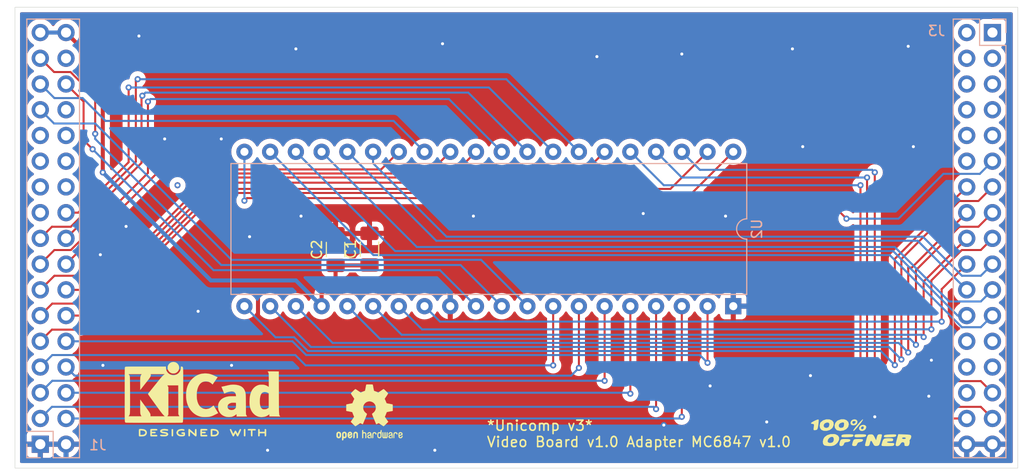
<source format=kicad_pcb>
(kicad_pcb (version 20240108) (generator "pcbnew") (generator_version "8.0")
  (layers (0 "F.Cu" signal) (31 "B.Cu" signal) (34 "B.Paste" user) (35 "F.Paste" user) (36 "B.SilkS" user "B.Silkscreen") (37 "F.SilkS" user "F.Silkscreen") (38 "B.Mask" user) (39 "F.Mask" user) (44 "Edge.Cuts" user))
  (net 0 "")
  (net 1 "GND")
  (net 2 "+5V")
  (net 3 "/VA1")
  (net 4 "/D4")
  (net 5 "/~{RST}")
  (net 6 "/D7")
  (net 7 "/VA11")
  (net 8 "/VA18")
  (net 9 "/D1")
  (net 10 "/CRSR")
  (net 11 "/VA7")
  (net 12 "/D5")
  (net 13 "/VA8")
  (net 14 "/D0")
  (net 15 "/VA13")
  (net 16 "/VCLK")
  (net 17 "/VA15")
  (net 18 "/VA0")
  (net 19 "/D6")
  (net 20 "/VA14")
  (net 21 "/VA4")
  (net 22 "/VA3")
  (net 23 "/VA6")
  (net 26 "/R{slash}~{W}")
  (net 27 "/D3")
  (net 28 "/DE")
  (net 29 "/D2")
  (net 30 "/VA10")
  (net 31 "/VA5")
  (net 32 "/VA9")
  (net 33 "/HS")
  (net 34 "/VA12")
  (net 35 "/In0")
  (net 36 "/VA2")
  (net 37 "/VS")
  (net 38 "/~{CS}")
  (net 39 "/VA16")
  (net 40 "/VA17")
  (net 41 "/B")
  (net 42 "/Y")
  (net 43 "/CH0")
  (net 44 "/A")
  (net 45 "/Out2")
  (net 46 "/Out3")
  (net 47 "/Out6")
  (net 48 "/Out0")
  (net 49 "/Out5")
  (net 50 "/Out7")
  (net 51 "/Out4")
  (net 52 "/Out1")
  (net 53 "/~{RP}")
  (net 55 "/In2")
  (net 56 "/PHI2")
  (net 57 "/~{RD}")
  (net 58 "/~{WR}")
  (net 59 "/In1")
  (net 61 "/A0#")
  (net 64 "/A1#")
  (footprint "Symbol:OSHW-Logo2_7.3x6mm_SilkScreen" (layer "F.Cu") (at 85.5 106.5)
    (property "Reference" "H2" (hide yes))
    (property "Value" "Logo Open Source Hardware" (hide yes))
  )
  (footprint "Capacitor_SMD:C_1206_3216Metric_Pad1.33x1.80mm_HandSolder" (layer "F.Cu") (at 82.15 90.424 90)
    (property "Reference" "C2" (at 0 -1.85 90) (layer "F.SilkS"))
    (property "Value" "100n")
    (pad "1" smd roundrect (at -1.5625 0 90) (size 1.325 1.8) (layers "F.Cu" "F.Paste" "F.Mask") (roundrect_rratio 0.188679) (net 2 "+5V"))
    (pad "2" smd roundrect (at 1.5625 0 90) (size 1.325 1.8) (layers "F.Cu" "F.Paste" "F.Mask") (roundrect_rratio 0.188679) (net 1 "GND"))
  )
  (footprint "Capacitor_SMD:C_1206_3216Metric_Pad1.33x1.80mm_HandSolder" (layer "F.Cu") (at 85.5 90.3855 90)
    (property "Reference" "C1" (at 0 -1.85 90) (layer "F.SilkS"))
    (property "Value" "100n")
    (pad "1" smd roundrect (at -1.5625 0 90) (size 1.325 1.8) (layers "F.Cu" "F.Paste" "F.Mask") (roundrect_rratio 0.188679) (net 2 "+5V"))
    (pad "2" smd roundrect (at 1.5625 0 90) (size 1.325 1.8) (layers "F.Cu" "F.Paste" "F.Mask") (roundrect_rratio 0.188679) (net 1 "GND"))
  )
  (footprint "Symbol:KiCad-Logo2_6mm_SilkScreen" (layer "F.Cu") (at 69 104.5)
    (property "Reference" "H1" (hide yes))
    (property "Value" "Logo kicad" (hide yes))
  )
  (footprint "my_own:Logo_100ProzentOffner_10x2.7mm" (layer "F.Cu") (at 134 108.5)
    (property "Reference" "G***" (hide yes))
    (property "Value" "LOGO" (hide yes))
  )
  (footprint "Connector_PinHeader_2.54mm:PinHeader_2x17_P2.54mm_Vertical" (layer "B.Cu") (at 147 69 180)
    (property "Reference" "J3" (at 5.522 0.166 0) (layer "B.SilkS") (effects (justify mirror)))
    (property "Value" "Outputs")
    (pad "1" thru_hole rect (at 0 0 180) (size 1.7 1.7) (drill 1) (layers "*.Cu" "*.Mask"))
    (pad "2" thru_hole oval (at 2.54 0 180) (size 1.7 1.7) (drill 1) (layers "*.Cu" "*.Mask"))
    (pad "3" thru_hole oval (at 0 -2.54 180) (size 1.7 1.7) (drill 1) (layers "*.Cu" "*.Mask"))
    (pad "4" thru_hole oval (at 2.54 -2.54 180) (size 1.7 1.7) (drill 1) (layers "*.Cu" "*.Mask"))
    (pad "5" thru_hole oval (at 0 -5.08 180) (size 1.7 1.7) (drill 1) (layers "*.Cu" "*.Mask") (net 8 "/VA18"))
    (pad "6" thru_hole oval (at 2.54 -5.08 180) (size 1.7 1.7) (drill 1) (layers "*.Cu" "*.Mask"))
    (pad "7" thru_hole oval (at 0 -7.62 180) (size 1.7 1.7) (drill 1) (layers "*.Cu" "*.Mask") (net 39 "/VA16"))
    (pad "8" thru_hole oval (at 2.54 -7.62 180) (size 1.7 1.7) (drill 1) (layers "*.Cu" "*.Mask") (net 40 "/VA17"))
    (pad "9" thru_hole oval (at 0 -10.16 180) (size 1.7 1.7) (drill 1) (layers "*.Cu" "*.Mask") (net 20 "/VA14"))
    (pad "10" thru_hole oval (at 2.54 -10.16 180) (size 1.7 1.7) (drill 1) (layers "*.Cu" "*.Mask") (net 17 "/VA15"))
    (pad "11" thru_hole oval (at 0 -12.7 180) (size 1.7 1.7) (drill 1) (layers "*.Cu" "*.Mask") (net 34 "/VA12"))
    (pad "12" thru_hole oval (at 2.54 -12.7 180) (size 1.7 1.7) (drill 1) (layers "*.Cu" "*.Mask") (net 15 "/VA13"))
    (pad "13" thru_hole oval (at 0 -15.24 180) (size 1.7 1.7) (drill 1) (layers "*.Cu" "*.Mask") (net 30 "/VA10"))
    (pad "14" thru_hole oval (at 2.54 -15.24 180) (size 1.7 1.7) (drill 1) (layers "*.Cu" "*.Mask") (net 7 "/VA11"))
    (pad "15" thru_hole oval (at 0 -17.78 180) (size 1.7 1.7) (drill 1) (layers "*.Cu" "*.Mask") (net 13 "/VA8"))
    (pad "16" thru_hole oval (at 2.54 -17.78 180) (size 1.7 1.7) (drill 1) (layers "*.Cu" "*.Mask") (net 32 "/VA9"))
    (pad "17" thru_hole oval (at 0 -20.32 180) (size 1.7 1.7) (drill 1) (layers "*.Cu" "*.Mask") (net 23 "/VA6"))
    (pad "18" thru_hole oval (at 2.54 -20.32 180) (size 1.7 1.7) (drill 1) (layers "*.Cu" "*.Mask") (net 11 "/VA7"))
    (pad "19" thru_hole oval (at 0 -22.86 180) (size 1.7 1.7) (drill 1) (layers "*.Cu" "*.Mask") (net 21 "/VA4"))
    (pad "20" thru_hole oval (at 2.54 -22.86 180) (size 1.7 1.7) (drill 1) (layers "*.Cu" "*.Mask") (net 31 "/VA5"))
    (pad "21" thru_hole oval (at 0 -25.4 180) (size 1.7 1.7) (drill 1) (layers "*.Cu" "*.Mask") (net 36 "/VA2"))
    (pad "22" thru_hole oval (at 2.54 -25.4 180) (size 1.7 1.7) (drill 1) (layers "*.Cu" "*.Mask") (net 22 "/VA3"))
    (pad "23" thru_hole oval (at 0 -27.94 180) (size 1.7 1.7) (drill 1) (layers "*.Cu" "*.Mask") (net 18 "/VA0"))
    (pad "24" thru_hole oval (at 2.54 -27.94 180) (size 1.7 1.7) (drill 1) (layers "*.Cu" "*.Mask") (net 3 "/VA1"))
    (pad "25" thru_hole oval (at 0 -30.48 180) (size 1.7 1.7) (drill 1) (layers "*.Cu" "*.Mask") (net 35 "/In0"))
    (pad "26" thru_hole oval (at 2.54 -30.48 180) (size 1.7 1.7) (drill 1) (layers "*.Cu" "*.Mask") (net 59 "/In1"))
    (pad "27" thru_hole oval (at 0 -33.02 180) (size 1.7 1.7) (drill 1) (layers "*.Cu" "*.Mask") (net 55 "/In2"))
    (pad "28" thru_hole oval (at 2.54 -33.02 180) (size 1.7 1.7) (drill 1) (layers "*.Cu" "*.Mask") (net 28 "/DE"))
    (pad "29" thru_hole oval (at 0 -35.56 180) (size 1.7 1.7) (drill 1) (layers "*.Cu" "*.Mask") (net 33 "/HS"))
    (pad "30" thru_hole oval (at 2.54 -35.56 180) (size 1.7 1.7) (drill 1) (layers "*.Cu" "*.Mask") (net 10 "/CRSR"))
    (pad "31" thru_hole oval (at 0 -38.1 180) (size 1.7 1.7) (drill 1) (layers "*.Cu" "*.Mask") (net 37 "/VS"))
    (pad "32" thru_hole oval (at 2.54 -38.1 180) (size 1.7 1.7) (drill 1) (layers "*.Cu" "*.Mask") (net 53 "/~{RP}"))
    (pad "33" thru_hole oval (at 0 -40.64 180) (size 1.7 1.7) (drill 1) (layers "*.Cu" "*.Mask") (net 1 "GND"))
    (pad "34" thru_hole oval (at 2.54 -40.64 180) (size 1.7 1.7) (drill 1) (layers "*.Cu" "*.Mask") (net 1 "GND"))
  )
  (footprint "Connector_PinHeader_2.54mm:PinHeader_2x17_P2.54mm_Vertical" (layer "B.Cu") (at 53 109.64)
    (property "Reference" "J1" (at 5.674 0.088 0) (layer "B.SilkS") (effects (justify mirror)))
    (property "Value" "Inputs")
    (pad "1" thru_hole rect (at 0 0) (size 1.7 1.7) (drill 1) (layers "*.Cu" "*.Mask") (net 1 "GND"))
    (pad "2" thru_hole oval (at 2.54 0) (size 1.7 1.7) (drill 1) (layers "*.Cu" "*.Mask") (net 1 "GND"))
    (pad "3" thru_hole oval (at 0 -2.54) (size 1.7 1.7) (drill 1) (layers "*.Cu" "*.Mask") (net 9 "/D1"))
    (pad "4" thru_hole oval (at 2.54 -2.54) (size 1.7 1.7) (drill 1) (layers "*.Cu" "*.Mask") (net 14 "/D0"))
    (pad "5" thru_hole oval (at 0 -5.08) (size 1.7 1.7) (drill 1) (layers "*.Cu" "*.Mask") (net 27 "/D3"))
    (pad "6" thru_hole oval (at 2.54 -5.08) (size 1.7 1.7) (drill 1) (layers "*.Cu" "*.Mask") (net 29 "/D2"))
    (pad "7" thru_hole oval (at 0 -7.62) (size 1.7 1.7) (drill 1) (layers "*.Cu" "*.Mask") (net 12 "/D5"))
    (pad "8" thru_hole oval (at 2.54 -7.62) (size 1.7 1.7) (drill 1) (layers "*.Cu" "*.Mask") (net 4 "/D4"))
    (pad "9" thru_hole oval (at 0 -10.16) (size 1.7 1.7) (drill 1) (layers "*.Cu" "*.Mask") (net 6 "/D7"))
    (pad "10" thru_hole oval (at 2.54 -10.16) (size 1.7 1.7) (drill 1) (layers "*.Cu" "*.Mask") (net 19 "/D6"))
    (pad "11" thru_hole oval (at 0 -12.7) (size 1.7 1.7) (drill 1) (layers "*.Cu" "*.Mask") (net 52 "/Out1"))
    (pad "12" thru_hole oval (at 2.54 -12.7) (size 1.7 1.7) (drill 1) (layers "*.Cu" "*.Mask") (net 48 "/Out0"))
    (pad "13" thru_hole oval (at 0 -15.24) (size 1.7 1.7) (drill 1) (layers "*.Cu" "*.Mask") (net 46 "/Out3"))
    (pad "14" thru_hole oval (at 2.54 -15.24) (size 1.7 1.7) (drill 1) (layers "*.Cu" "*.Mask") (net 45 "/Out2"))
    (pad "15" thru_hole oval (at 0 -17.78) (size 1.7 1.7) (drill 1) (layers "*.Cu" "*.Mask") (net 49 "/Out5"))
    (pad "16" thru_hole oval (at 2.54 -17.78) (size 1.7 1.7) (drill 1) (layers "*.Cu" "*.Mask") (net 51 "/Out4"))
    (pad "17" thru_hole oval (at 0 -20.32) (size 1.7 1.7) (drill 1) (layers "*.Cu" "*.Mask") (net 50 "/Out7"))
    (pad "18" thru_hole oval (at 2.54 -20.32) (size 1.7 1.7) (drill 1) (layers "*.Cu" "*.Mask") (net 47 "/Out6"))
    (pad "19" thru_hole oval (at 0 -22.86) (size 1.7 1.7) (drill 1) (layers "*.Cu" "*.Mask") (net 38 "/~{CS}"))
    (pad "20" thru_hole oval (at 2.54 -22.86) (size 1.7 1.7) (drill 1) (layers "*.Cu" "*.Mask") (net 16 "/VCLK"))
    (pad "21" thru_hole oval (at 0 -25.4) (size 1.7 1.7) (drill 1) (layers "*.Cu" "*.Mask") (net 64 "/A1#"))
    (pad "22" thru_hole oval (at 2.54 -25.4) (size 1.7 1.7) (drill 1) (layers "*.Cu" "*.Mask") (net 26 "/R{slash}~{W}"))
    (pad "23" thru_hole oval (at 0 -27.94) (size 1.7 1.7) (drill 1) (layers "*.Cu" "*.Mask") (net 57 "/~{RD}"))
    (pad "24" thru_hole oval (at 2.54 -27.94) (size 1.7 1.7) (drill 1) (layers "*.Cu" "*.Mask") (net 61 "/A0#"))
    (pad "25" thru_hole oval (at 0 -30.48) (size 1.7 1.7) (drill 1) (layers "*.Cu" "*.Mask") (net 5 "/~{RST}"))
    (pad "26" thru_hole oval (at 2.54 -30.48) (size 1.7 1.7) (drill 1) (layers "*.Cu" "*.Mask") (net 58 "/~{WR}"))
    (pad "27" thru_hole oval (at 0 -33.02) (size 1.7 1.7) (drill 1) (layers "*.Cu" "*.Mask") (net 43 "/CH0"))
    (pad "28" thru_hole oval (at 2.54 -33.02) (size 1.7 1.7) (drill 1) (layers "*.Cu" "*.Mask") (net 56 "/PHI2"))
    (pad "29" thru_hole oval (at 0 -35.56) (size 1.7 1.7) (drill 1) (layers "*.Cu" "*.Mask") (net 42 "/Y"))
    (pad "30" thru_hole oval (at 2.54 -35.56) (size 1.7 1.7) (drill 1) (layers "*.Cu" "*.Mask") (net 44 "/A"))
    (pad "31" thru_hole oval (at 0 -38.1) (size 1.7 1.7) (drill 1) (layers "*.Cu" "*.Mask") (net 41 "/B"))
    (pad "32" thru_hole oval (at 2.54 -38.1) (size 1.7 1.7) (drill 1) (layers "*.Cu" "*.Mask"))
    (pad "33" thru_hole oval (at 0 -40.64) (size 1.7 1.7) (drill 1) (layers "*.Cu" "*.Mask") (net 2 "+5V"))
    (pad "34" thru_hole oval (at 2.54 -40.64) (size 1.7 1.7) (drill 1) (layers "*.Cu" "*.Mask") (net 2 "+5V"))
  )
  (footprint "Package_DIP:DIP-40_W15.24mm" (layer "B.Cu") (at 121.412 96.012 90)
    (property "Reference" "U2" (at 7.62 2.33 90) (layer "B.SilkS") (effects (justify mirror)))
    (property "Value" "MC6847")
    (pad "1" thru_hole rect (at 0 0 90) (size 1.6 1.6) (drill 0.8) (layers "*.Cu" "*.Mask") (net 1 "GND"))
    (pad "2" thru_hole oval (at 0 -2.54 90) (size 1.6 1.6) (drill 0.8) (layers "*.Cu" "*.Mask") (net 19 "/D6"))
    (pad "3" thru_hole oval (at 0 -5.08 90) (size 1.6 1.6) (drill 0.8) (layers "*.Cu" "*.Mask") (net 14 "/D0"))
    (pad "4" thru_hole oval (at 0 -7.62 90) (size 1.6 1.6) (drill 0.8) (layers "*.Cu" "*.Mask") (net 9 "/D1"))
    (pad "5" thru_hole oval (at 0 -10.16 90) (size 1.6 1.6) (drill 0.8) (layers "*.Cu" "*.Mask") (net 29 "/D2"))
    (pad "6" thru_hole oval (at 0 -12.7 90) (size 1.6 1.6) (drill 0.8) (layers "*.Cu" "*.Mask") (net 27 "/D3"))
    (pad "7" thru_hole oval (at 0 -15.24 90) (size 1.6 1.6) (drill 0.8) (layers "*.Cu" "*.Mask") (net 4 "/D4"))
    (pad "8" thru_hole oval (at 0 -17.78 90) (size 1.6 1.6) (drill 0.8) (layers "*.Cu" "*.Mask") (net 12 "/D5"))
    (pad "9" thru_hole oval (at 0 -20.32 90) (size 1.6 1.6) (drill 0.8) (layers "*.Cu" "*.Mask") (net 43 "/CH0"))
    (pad "10" thru_hole oval (at 0 -22.86 90) (size 1.6 1.6) (drill 0.8) (layers "*.Cu" "*.Mask") (net 41 "/B"))
    (pad "11" thru_hole oval (at 0 -25.4 90) (size 1.6 1.6) (drill 0.8) (layers "*.Cu" "*.Mask") (net 44 "/A"))
    (pad "12" thru_hole oval (at 0 -27.94 90) (size 1.6 1.6) (drill 0.8) (layers "*.Cu" "*.Mask") (net 1 "GND"))
    (pad "13" thru_hole oval (at 0 -30.48 90) (size 1.6 1.6) (drill 0.8) (layers "*.Cu" "*.Mask") (net 31 "/VA5"))
    (pad "14" thru_hole oval (at 0 -33.02 90) (size 1.6 1.6) (drill 0.8) (layers "*.Cu" "*.Mask") (net 23 "/VA6"))
    (pad "15" thru_hole oval (at 0 -35.56 90) (size 1.6 1.6) (drill 0.8) (layers "*.Cu" "*.Mask") (net 11 "/VA7"))
    (pad "16" thru_hole oval (at 0 -38.1 90) (size 1.6 1.6) (drill 0.8) (layers "*.Cu" "*.Mask") (net 13 "/VA8"))
    (pad "17" thru_hole oval (at 0 -40.64 90) (size 1.6 1.6) (drill 0.8) (layers "*.Cu" "*.Mask") (net 2 "+5V"))
    (pad "18" thru_hole oval (at 0 -43.18 90) (size 1.6 1.6) (drill 0.8) (layers "*.Cu" "*.Mask") (net 32 "/VA9"))
    (pad "19" thru_hole oval (at 0 -45.72 90) (size 1.6 1.6) (drill 0.8) (layers "*.Cu" "*.Mask") (net 30 "/VA10"))
    (pad "20" thru_hole oval (at 0 -48.26 90) (size 1.6 1.6) (drill 0.8) (layers "*.Cu" "*.Mask") (net 7 "/VA11"))
    (pad "21" thru_hole oval (at 15.24 -48.26 90) (size 1.6 1.6) (drill 0.8) (layers "*.Cu" "*.Mask") (net 34 "/VA12"))
    (pad "22" thru_hole oval (at 15.24 -45.72 90) (size 1.6 1.6) (drill 0.8) (layers "*.Cu" "*.Mask") (net 18 "/VA0"))
    (pad "23" thru_hole oval (at 15.24 -43.18 90) (size 1.6 1.6) (drill 0.8) (layers "*.Cu" "*.Mask") (net 3 "/VA1"))
    (pad "24" thru_hole oval (at 15.24 -40.64 90) (size 1.6 1.6) (drill 0.8) (layers "*.Cu" "*.Mask") (net 36 "/VA2"))
    (pad "25" thru_hole oval (at 15.24 -38.1 90) (size 1.6 1.6) (drill 0.8) (layers "*.Cu" "*.Mask") (net 22 "/VA3"))
    (pad "26" thru_hole oval (at 15.24 -35.56 90) (size 1.6 1.6) (drill 0.8) (layers "*.Cu" "*.Mask") (net 21 "/VA4"))
    (pad "27" thru_hole oval (at 15.24 -33.02 90) (size 1.6 1.6) (drill 0.8) (layers "*.Cu" "*.Mask") (net 51 "/Out4"))
    (pad "28" thru_hole oval (at 15.24 -30.48 90) (size 1.6 1.6) (drill 0.8) (layers "*.Cu" "*.Mask") (net 42 "/Y"))
    (pad "29" thru_hole oval (at 15.24 -27.94 90) (size 1.6 1.6) (drill 0.8) (layers "*.Cu" "*.Mask") (net 46 "/Out3"))
    (pad "30" thru_hole oval (at 15.24 -25.4 90) (size 1.6 1.6) (drill 0.8) (layers "*.Cu" "*.Mask") (net 45 "/Out2"))
    (pad "31" thru_hole oval (at 15.24 -22.86 90) (size 1.6 1.6) (drill 0.8) (layers "*.Cu" "*.Mask") (net 49 "/Out5"))
    (pad "32" thru_hole oval (at 15.24 -20.32 90) (size 1.6 1.6) (drill 0.8) (layers "*.Cu" "*.Mask") (net 47 "/Out6"))
    (pad "33" thru_hole oval (at 15.24 -17.78 90) (size 1.6 1.6) (drill 0.8) (layers "*.Cu" "*.Mask") (net 16 "/VCLK"))
    (pad "34" thru_hole oval (at 15.24 -15.24 90) (size 1.6 1.6) (drill 0.8) (layers "*.Cu" "*.Mask") (net 50 "/Out7"))
    (pad "35" thru_hole oval (at 15.24 -12.7 90) (size 1.6 1.6) (drill 0.8) (layers "*.Cu" "*.Mask") (net 52 "/Out1"))
    (pad "36" thru_hole oval (at 15.24 -10.16 90) (size 1.6 1.6) (drill 0.8) (layers "*.Cu" "*.Mask") (net 53 "/~{RP}"))
    (pad "37" thru_hole oval (at 15.24 -7.62 90) (size 1.6 1.6) (drill 0.8) (layers "*.Cu" "*.Mask") (net 37 "/VS"))
    (pad "38" thru_hole oval (at 15.24 -5.08 90) (size 1.6 1.6) (drill 0.8) (layers "*.Cu" "*.Mask") (net 33 "/HS"))
    (pad "39" thru_hole oval (at 15.24 -2.54 90) (size 1.6 1.6) (drill 0.8) (layers "*.Cu" "*.Mask") (net 48 "/Out0"))
    (pad "40" thru_hole oval (at 15.24 0 90) (size 1.6 1.6) (drill 0.8) (layers "*.Cu" "*.Mask") (net 6 "/D7"))
  )
  (gr_rect (start 50.5 66.5) (end 149.5 112) (stroke (width 0.05)) (fill none) (layer "Edge.Cuts"))
  (gr_text "*Unicomp v3*\nVideo Board v1.0 Adapter MC6847 v1.0" (at 97 110 0) (layer "F.SilkS") (effects (font (size 1 1)) (justify left bottom)))
  (via (at 66.548 84.074) (size 0.6) (drill 0.3) (layers "F.Cu" "B.Cu") (net 0))
  (segment (start 93.472 92.964) (end 93.472 96.012) (width 0.4) (layer "F.Cu") (net 1))
  (segment (start 82.15 88.8615) (end 79.2865 88.8615) (width 0.4) (layer "F.Cu") (net 1))
  (segment (start 89.331 88.823) (end 93.472 92.964) (width 0.4) (layer "F.Cu") (net 1))
  (segment (start 74.492 93.656) (end 74.492 97.008) (width 0.4) (layer "F.Cu") (net 1))
  (segment (start 79.2865 88.8615) (end 74.492 93.656) (width 0.4) (layer "F.Cu") (net 1))
  (segment (start 85.4615 88.8615) (end 85.5 88.823) (width 0.4) (layer "F.Cu") (net 1))
  (segment (start 121.412 91.694) (end 121.412 96.012) (width 0.4) (layer "F.Cu") (net 1))
  (segment (start 131.738 109.64) (end 121.412 99.314) (width 0.4) (layer "F.Cu") (net 1))
  (segment (start 144.46 109.64) (end 131.738 109.64) (width 0.4) (layer "F.Cu") (net 1))
  (segment (start 74.492 97.008) (end 61.86 109.64) (width 0.4) (layer "F.Cu") (net 1))
  (segment (start 61.86 109.64) (end 55.54 109.64) (width 0.4) (layer "F.Cu") (net 1))
  (segment (start 85.5 88.823) (end 89.331 88.823) (width 0.4) (layer "F.Cu") (net 1))
  (segment (start 118.541 88.823) (end 121.412 91.694) (width 0.4) (layer "F.Cu") (net 1))
  (segment (start 147 109.64) (end 144.46 109.64) (width 0.4) (layer "F.Cu") (net 1))
  (segment (start 121.412 99.314) (end 121.412 96.012) (width 0.4) (layer "F.Cu") (net 1))
  (segment (start 82.15 88.8615) (end 85.4615 88.8615) (width 0.4) (layer "F.Cu") (net 1))
  (segment (start 85.5 88.823) (end 118.541 88.823) (width 0.4) (layer "F.Cu") (net 1))
  (via (at 78.74 87.122) (size 0.6) (drill 0.3) (layers "F.Cu" "B.Cu") (net 1))
  (via (at 70.866 79.502) (size 0.6) (drill 0.3) (layers "F.Cu" "B.Cu") (net 1))
  (via (at 114.554 107.75) (size 0.6) (drill 0.3) (layers "F.Cu" "B.Cu") (net 1))
  (via (at 62.738 69.342) (size 0.6) (drill 0.3) (layers "F.Cu" "B.Cu") (net 1))
  (via (at 119.126 103.886) (size 0.6) (drill 0.3) (layers "F.Cu" "B.Cu") (net 1))
  (via (at 65.278 79.502) (size 0.6) (drill 0.3) (layers "F.Cu" "B.Cu") (net 1))
  (via (at 68.58 96.52) (size 0.6) (drill 0.3) (layers "F.Cu" "B.Cu") (net 1))
  (via (at 107.95 71.374) (size 0.6) (drill 0.3) (layers "F.Cu" "B.Cu") (net 1))
  (via (at 71.882 101.854) (size 0.6) (drill 0.3) (layers "F.Cu" "B.Cu") (net 1))
  (via (at 75.438 110.236) (size 0.6) (drill 0.3) (layers "F.Cu" "B.Cu") (net 1))
  (via (at 127.254 70.612) (size 0.6) (drill 0.3) (layers "F.Cu" "B.Cu") (net 1))
  (via (at 139.192 80.264) (size 0.6) (drill 0.3) (layers "F.Cu" "B.Cu") (net 1))
  (via (at 59.182 101.854) (size 0.6) (drill 0.3) (layers "F.Cu" "B.Cu") (net 1))
  (via (at 112.522 86.868) (size 0.6) (drill 0.3) (layers "F.Cu" "B.Cu") (net 1))
  (via (at 92.71 70.104) (size 0.6) (drill 0.3) (layers "F.Cu" "B.Cu") (net 1))
  (via (at 95.758 87.122) (size 0.6) (drill 0.3) (layers "F.Cu" "B.Cu") (net 1))
  (via (at 120.65 87.122) (size 0.6) (drill 0.3) (layers "F.Cu" "B.Cu") (net 1))
  (via (at 140.716 104.902) (size 0.6) (drill 0.3) (layers "F.Cu" "B.Cu") (net 1))
  (via (at 124.714 107.442) (size 0.6) (drill 0.3) (layers "F.Cu" "B.Cu") (net 1))
  (via (at 58.928 90.932) (size 0.6) (drill 0.3) (layers "F.Cu" "B.Cu") (net 1))
  (via (at 91.948 110.236) (size 0.6) (drill 0.3) (layers "F.Cu" "B.Cu") (net 1))
  (via (at 116.332 71.12) (size 0.6) (drill 0.3) (layers "F.Cu" "B.Cu") (net 1))
  (via (at 78.232 70.612) (size 0.6) (drill 0.3) (layers "F.Cu" "B.Cu") (net 1))
  (via (at 128.27 80.264) (size 0.6) (drill 0.3) (layers "F.Cu" "B.Cu") (net 1))
  (via (at 140.97 101.346) (size 0.6) (drill 0.3) (layers "F.Cu" "B.Cu") (net 1))
  (via (at 129.032 102.87) (size 0.6) (drill 0.3) (layers "F.Cu" "B.Cu") (net 1))
  (via (at 73.66 89.154) (size 0.6) (drill 0.3) (layers "F.Cu" "B.Cu") (net 1))
  (via (at 138.684 70.358) (size 0.6) (drill 0.3) (layers "F.Cu" "B.Cu") (net 1))
  (via (at 61.468 88.138) (size 0.6) (drill 0.3) (layers "F.Cu" "B.Cu") (net 1))
  (via (at 135.382 106.934) (size 0.6) (drill 0.3) (layers "F.Cu" "B.Cu") (net 1))
  (segment (start 82.15 93.364) (end 80.772 94.742) (width 0.4) (layer "F.Cu") (net 2))
  (segment (start 82.15 91.9865) (end 82.15 93.364) (width 0.4) (layer "F.Cu") (net 2))
  (segment (start 55.54 69) (end 59.17 72.63) (width 0.4) (layer "F.Cu") (net 2))
  (segment (start 80.772 94.742) (end 80.772 96.012) (width 0.4) (layer "F.Cu") (net 2))
  (segment (start 59.17 72.63) (end 59.17 82.804) (width 0.4) (layer "F.Cu") (net 2))
  (segment (start 85.4615 91.9865) (end 85.5 91.948) (width 0.4) (layer "F.Cu") (net 2))
  (segment (start 82.15 91.9865) (end 85.4615 91.9865) (width 0.4) (layer "F.Cu") (net 2))
  (via (at 59.17 82.804) (size 0.6) (drill 0.3) (layers "F.Cu" "B.Cu") (net 2))
  (segment (start 55.54 69) (end 53 69) (width 0.4) (layer "B.Cu") (net 2))
  (segment (start 69.838 93.472) (end 59.17 82.804) (width 0.4) (layer "B.Cu") (net 2))
  (segment (start 78.232 93.472) (end 69.838 93.472) (width 0.4) (layer "B.Cu") (net 2))
  (segment (start 80.772 96.012) (end 78.232 93.472) (width 0.4) (layer "B.Cu") (net 2))
  (segment (start 137.190628 90.57) (end 143.560628 96.94) (width 0.2) (layer "B.Cu") (net 3))
  (segment (start 78.232 80.772) (end 88.03 90.57) (width 0.2) (layer "B.Cu") (net 3))
  (segment (start 88.03 90.57) (end 137.190628 90.57) (width 0.2) (layer "B.Cu") (net 3))
  (segment (start 143.560628 96.94) (end 144.46 96.94) (width 0.2) (layer "B.Cu") (net 3))
  (segment (start 106.172 102.108) (end 106.172 96.012) (width 0.2) (layer "F.Cu") (net 4))
  (via (at 106.172 102.108) (size 0.6) (drill 0.3) (layers "F.Cu" "B.Cu") (net 4))
  (segment (start 56.39 102.87) (end 105.41 102.87) (width 0.2) (layer "B.Cu") (net 4))
  (segment (start 105.41 102.87) (end 106.172 102.108) (width 0.2) (layer "B.Cu") (net 4))
  (segment (start 55.54 102.02) (end 56.39 102.87) (width 0.2) (layer "B.Cu") (net 4))
  (segment (start 54.15 98.33) (end 53 99.48) (width 0.2) (layer "F.Cu") (net 6))
  (segment (start 70.473372 84.836) (end 56.979372 98.33) (width 0.2) (layer "F.Cu") (net 6))
  (segment (start 121.412 80.772) (end 117.348 84.836) (width 0.2) (layer "F.Cu") (net 6))
  (segment (start 117.348 84.836) (end 70.473372 84.836) (width 0.2) (layer "F.Cu") (net 6))
  (segment (start 56.979372 98.33) (end 54.15 98.33) (width 0.2) (layer "F.Cu") (net 6))
  (segment (start 137.363319 91.336681) (end 137.363319 101.829369) (width 0.2) (layer "F.Cu") (net 7))
  (segment (start 144.46 84.24) (end 137.363319 91.336681) (width 0.2) (layer "F.Cu") (net 7))
  (via (at 137.363319 101.829369) (size 0.6) (drill 0.3) (layers "F.Cu" "B.Cu") (net 7))
  (segment (start 79.413686 100.438) (end 135.97195 100.438) (width 0.2) (layer "B.Cu") (net 7))
  (segment (start 73.152 96.012) (end 76.22 99.08) (width 0.2) (layer "B.Cu") (net 7))
  (segment (start 135.97195 100.438) (end 137.363319 101.829369) (width 0.2) (layer "B.Cu") (net 7))
  (segment (start 76.22 99.08) (end 78.055686 99.08) (width 0.2) (layer "B.Cu") (net 7))
  (segment (start 78.055686 99.08) (end 79.413686 100.438) (width 0.2) (layer "B.Cu") (net 7))
  (segment (start 113.792 106.172) (end 113.792 96.012) (width 0.2) (layer "F.Cu") (net 9))
  (via (at 113.792 106.172) (size 0.6) (drill 0.3) (layers "F.Cu" "B.Cu") (net 9))
  (segment (start 53 107.1) (end 54.15 105.95) (width 0.2) (layer "B.Cu") (net 9))
  (segment (start 54.15 105.95) (end 113.57 105.95) (width 0.2) (layer "B.Cu") (net 9))
  (segment (start 113.57 105.95) (end 113.792 106.172) (width 0.2) (layer "B.Cu") (net 9))
  (segment (start 140.208 93.572) (end 140.208 99.06) (width 0.2) (layer "F.Cu") (net 11))
  (segment (start 144.46 89.32) (end 140.208 93.572) (width 0.2) (layer "F.Cu") (net 11))
  (via (at 140.208 99.06) (size 0.6) (drill 0.3) (layers "F.Cu" "B.Cu") (net 11))
  (segment (start 88.678 98.838) (end 85.852 96.012) (width 0.2) (layer "B.Cu") (net 11))
  (segment (start 139.986 98.838) (end 88.678 98.838) (width 0.2) (layer "B.Cu") (net 11))
  (segment (start 140.208 99.06) (end 139.986 98.838) (width 0.2) (layer "B.Cu") (net 11))
  (segment (start 103.632 101.854) (end 103.632 96.012) (width 0.2) (layer "F.Cu") (net 12))
  (via (at 103.632 101.854) (size 0.6) (drill 0.3) (layers "F.Cu" "B.Cu") (net 12))
  (segment (start 78.174314 100.838) (end 79.190314 101.854) (width 0.2) (layer "B.Cu") (net 12))
  (segment (start 54.182 100.838) (end 78.174314 100.838) (width 0.2) (layer "B.Cu") (net 12))
  (segment (start 53 102.02) (end 54.182 100.838) (width 0.2) (layer "B.Cu") (net 12))
  (segment (start 79.190314 101.854) (end 103.632 101.854) (width 0.2) (layer "B.Cu") (net 12))
  (segment (start 145.61 88.17) (end 143.732 88.17) (width 0.2) (layer "F.Cu") (net 13))
  (segment (start 139.446 92.456) (end 139.446 99.822) (width 0.2) (layer "F.Cu") (net 13))
  (segment (start 143.732 88.17) (end 139.446 92.456) (width 0.2) (layer "F.Cu") (net 13))
  (segment (start 147 86.78) (end 145.61 88.17) (width 0.2) (layer "F.Cu") (net 13))
  (via (at 139.446 99.822) (size 0.6) (drill 0.3) (layers "F.Cu" "B.Cu") (net 13))
  (segment (start 139.446 99.822) (end 138.862 99.238) (width 0.2) (layer "B.Cu") (net 13))
  (segment (start 138.862 99.238) (end 86.538 99.238) (width 0.2) (layer "B.Cu") (net 13))
  (segment (start 86.538 99.238) (end 83.312 96.012) (width 0.2) (layer "B.Cu") (net 13))
  (segment (start 116.332 106.934) (end 116.332 96.012) (width 0.2) (layer "F.Cu") (net 14))
  (via (at 116.332 106.934) (size 0.6) (drill 0.3) (layers "F.Cu" "B.Cu") (net 14))
  (segment (start 116.166 107.1) (end 116.332 106.934) (width 0.2) (layer "B.Cu") (net 14))
  (segment (start 55.54 107.1) (end 116.166 107.1) (width 0.2) (layer "B.Cu") (net 14))
  (segment (start 55.54 86.78) (end 56.742081 86.78) (width 0.2) (layer "F.Cu") (net 16))
  (segment (start 61.722 81.800081) (end 61.722 74.422) (width 0.2) (layer "F.Cu") (net 16))
  (segment (start 56.742081 86.78) (end 61.722 81.800081) (width 0.2) (layer "F.Cu") (net 16))
  (via (at 61.722 74.422) (size 0.6) (drill 0.3) (layers "F.Cu" "B.Cu") (net 16))
  (segment (start 97.282 74.422) (end 61.722 74.422) (width 0.2) (layer "B.Cu") (net 16))
  (segment (start 103.632 80.772) (end 97.282 74.422) (width 0.2) (layer "B.Cu") (net 16))
  (segment (start 145.85 98.09) (end 147 96.94) (width 0.2) (layer "B.Cu") (net 18))
  (segment (start 143.983654 98.09) (end 145.85 98.09) (width 0.2) (layer "B.Cu") (net 18))
  (segment (start 75.692 80.772) (end 85.89 90.97) (width 0.2) (layer "B.Cu") (net 18))
  (segment (start 136.863654 90.97) (end 143.983654 98.09) (width 0.2) (layer "B.Cu") (net 18))
  (segment (start 85.89 90.97) (end 136.863654 90.97) (width 0.2) (layer "B.Cu") (net 18))
  (segment (start 118.872 101.6) (end 118.872 96.012) (width 0.2) (layer "F.Cu") (net 19))
  (via (at 118.872 101.6) (size 0.6) (drill 0.3) (layers "F.Cu" "B.Cu") (net 19))
  (segment (start 79.248 100.838) (end 118.11 100.838) (width 0.2) (layer "B.Cu") (net 19))
  (segment (start 55.54 99.48) (end 77.89 99.48) (width 0.2) (layer "B.Cu") (net 19))
  (segment (start 77.89 99.48) (end 79.248 100.838) (width 0.2) (layer "B.Cu") (net 19))
  (segment (start 118.11 100.838) (end 118.872 101.6) (width 0.2) (layer "B.Cu") (net 19))
  (segment (start 93.10263 89.154) (end 140.127654 89.154) (width 0.2) (layer "B.Cu") (net 21))
  (segment (start 140.127654 89.154) (end 143.983654 93.01) (width 0.2) (layer "B.Cu") (net 21))
  (segment (start 85.852 81.90337) (end 93.10263 89.154) (width 0.2) (layer "B.Cu") (net 21))
  (segment (start 143.983654 93.01) (end 145.85 93.01) (width 0.2) (layer "B.Cu") (net 21))
  (segment (start 85.852 80.772) (end 85.852 81.90337) (width 0.2) (layer "B.Cu") (net 21))
  (segment (start 145.85 93.01) (end 147 91.86) (width 0.2) (layer "B.Cu") (net 21))
  (segment (start 144.46 94.4) (end 139.614 89.554) (width 0.2) (layer "B.Cu") (net 22))
  (segment (start 139.614 89.554) (end 92.094 89.554) (width 0.2) (layer "B.Cu") (net 22))
  (segment (start 92.094 89.554) (end 83.312 80.772) (width 0.2) (layer "B.Cu") (net 22))
  (segment (start 143.972 90.47) (end 140.97 93.472) (width 0.2) (layer "F.Cu") (net 23))
  (segment (start 147 89.32) (end 145.85 90.47) (width 0.2) (layer "F.Cu") (net 23))
  (segment (start 145.85 90.47) (end 143.972 90.47) (width 0.2) (layer "F.Cu") (net 23))
  (segment (start 140.97 93.472) (end 140.97 98.298) (width 0.2) (layer "F.Cu") (net 23))
  (via (at 140.97 98.298) (size 0.6) (drill 0.3) (layers "F.Cu" "B.Cu") (net 23))
  (segment (start 140.97 98.298) (end 90.678 98.298) (width 0.2) (layer "B.Cu") (net 23))
  (segment (start 90.678 98.298) (end 88.392 96.012) (width 0.2) (layer "B.Cu") (net 23))
  (segment (start 108.712 103.378) (end 108.712 96.012) (width 0.2) (layer "F.Cu") (net 27))
  (via (at 108.712 103.378) (size 0.6) (drill 0.3) (layers "F.Cu" "B.Cu") (net 27))
  (segment (start 54.182 103.378) (end 108.712 103.378) (width 0.2) (layer "B.Cu") (net 27))
  (segment (start 53 104.56) (end 54.182 103.378) (width 0.2) (layer "B.Cu") (net 27))
  (segment (start 111.252 104.648) (end 111.252 96.012) (width 0.2) (layer "F.Cu") (net 29))
  (via (at 111.252 104.648) (size 0.6) (drill 0.3) (layers "F.Cu" "B.Cu") (net 29))
  (segment (start 55.54 104.56) (end 111.164 104.56) (width 0.2) (layer "B.Cu") (net 29))
  (segment (start 111.164 104.56) (end 111.252 104.648) (width 0.2) (layer "B.Cu") (net 29))
  (segment (start 138.006124 91.355876) (end 138.006124 101.273216) (width 0.2) (layer "F.Cu") (net 30))
  (segment (start 143.732 85.63) (end 138.006124 91.355876) (width 0.2) (layer "F.Cu") (net 30))
  (segment (start 145.61 85.63) (end 143.732 85.63) (width 0.2) (layer "F.Cu") (net 30))
  (segment (start 147 84.24) (end 145.61 85.63) (width 0.2) (layer "F.Cu") (net 30))
  (via (at 138.006124 101.273216) (size 0.6) (drill 0.3) (layers "F.Cu" "B.Cu") (net 30))
  (segment (start 75.692 96.012) (end 79.718 100.038) (width 0.2) (layer "B.Cu") (net 30))
  (segment (start 79.718 100.038) (end 136.770908 100.038) (width 0.2) (layer "B.Cu") (net 30))
  (segment (start 136.770908 100.038) (end 138.006124 101.273216) (width 0.2) (layer "B.Cu") (net 30))
  (segment (start 144.46 91.86) (end 141.986 94.334) (width 0.2) (layer "F.Cu") (net 31))
  (segment (start 141.986 94.334) (end 141.986 97.536) (width 0.2) (layer "F.Cu") (net 31))
  (via (at 141.986 97.536) (size 0.6) (drill 0.3) (layers "F.Cu" "B.Cu") (net 31))
  (segment (start 92.456 97.536) (end 90.932 96.012) (width 0.2) (layer "B.Cu") (net 31))
  (segment (start 141.986 97.536) (end 92.456 97.536) (width 0.2) (layer "B.Cu") (net 31))
  (segment (start 139.038 92.202) (end 138.684 92.202) (width 0.2) (layer "F.Cu") (net 32))
  (segment (start 144.46 86.78) (end 139.038 92.202) (width 0.2) (layer "F.Cu") (net 32))
  (segment (start 138.684 92.202) (end 138.684 100.584) (width 0.2) (layer "F.Cu") (net 32))
  (via (at 138.684 100.584) (size 0.6) (drill 0.3) (layers "F.Cu" "B.Cu") (net 32))
  (segment (start 138.684 100.584) (end 137.738 99.638) (width 0.2) (layer "B.Cu") (net 32))
  (segment (start 137.738 99.638) (end 81.858 99.638) (width 0.2) (layer "B.Cu") (net 32))
  (segment (start 81.858 99.638) (end 78.232 96.012) (width 0.2) (layer "B.Cu") (net 32))
  (segment (start 145.85 103.41) (end 137.192 103.41) (width 0.2) (layer "F.Cu") (net 33))
  (segment (start 135.382 101.6) (end 135.382 82.804) (width 0.2) (layer "F.Cu") (net 33))
  (segment (start 147 104.56) (end 145.85 103.41) (width 0.2) (layer "F.Cu") (net 33))
  (segment (start 137.192 103.41) (end 135.382 101.6) (width 0.2) (layer "F.Cu") (net 33))
  (via (at 135.382 82.804) (size 0.6) (drill 0.3) (layers "F.Cu" "B.Cu") (net 33))
  (segment (start 116.332 80.772) (end 118.11 82.55) (width 0.2) (layer "B.Cu") (net 33))
  (segment (start 135.128 82.55) (end 135.382 82.804) (width 0.2) (layer "B.Cu") (net 33))
  (segment (start 118.11 82.55) (end 135.128 82.55) (width 0.2) (layer "B.Cu") (net 33))
  (segment (start 130.556 85.344) (end 73.406 85.344) (width 0.2) (layer "F.Cu") (net 34))
  (segment (start 132.588 87.376) (end 130.556 85.344) (width 0.2) (layer "F.Cu") (net 34))
  (segment (start 73.406 85.344) (end 73.152 85.598) (width 0.2) (layer "F.Cu") (net 34))
  (via (at 132.588 87.376) (size 0.6) (drill 0.3) (layers "F.Cu" "B.Cu") (net 34))
  (via (at 73.152 85.598) (size 0.6) (drill 0.3) (layers "F.Cu" "B.Cu") (net 34))
  (segment (start 142.151685 82.95) (end 145.75 82.95) (width 0.2) (layer "B.Cu") (net 34))
  (segment (start 137.725686 87.376) (end 138.966843 86.134843) (width 0.2) (layer "B.Cu") (net 34))
  (segment (start 132.588 87.376) (end 137.725686 87.376) (width 0.2) (layer "B.Cu") (net 34))
  (segment (start 138.966843 86.134843) (end 142.151685 82.95) (width 0.2) (layer "B.Cu") (net 34))
  (segment (start 73.152 80.772) (end 73.152 85.598) (width 0.2) (layer "B.Cu") (net 34))
  (segment (start 145.75 82.95) (end 147 81.7) (width 0.2) (layer "B.Cu") (net 34))
  (segment (start 137.356314 90.17) (end 142.736314 95.55) (width 0.2) (layer "B.Cu") (net 36))
  (segment (start 90.17 90.17) (end 137.356314 90.17) (width 0.2) (layer "B.Cu") (net 36))
  (segment (start 142.736314 95.55) (end 145.85 95.55) (width 0.2) (layer "B.Cu") (net 36))
  (segment (start 145.85 95.55) (end 147 94.4) (width 0.2) (layer "B.Cu") (net 36))
  (segment (start 80.772 80.772) (end 90.17 90.17) (width 0.2) (layer "B.Cu") (net 36))
  (segment (start 145.85 105.95) (end 139.166314 105.95) (width 0.2) (layer "F.Cu") (net 37))
  (segment (start 147 107.1) (end 145.85 105.95) (width 0.2) (layer "F.Cu") (net 37))
  (segment (start 139.166314 105.95) (end 134.62 101.403686) (width 0.2) (layer "F.Cu") (net 37))
  (segment (start 134.62 101.403686) (end 134.62 83.312) (width 0.2) (layer "F.Cu") (net 37))
  (via (at 134.62 83.312) (size 0.6) (drill 0.3) (layers "F.Cu" "B.Cu") (net 37))
  (segment (start 113.792 80.772) (end 116.332 83.312) (width 0.2) (layer "B.Cu") (net 37))
  (segment (start 116.332 83.312) (end 134.62 83.312) (width 0.2) (layer "B.Cu") (net 37))
  (segment (start 54.358 72.898) (end 55.984346 72.898) (width 0.2) (layer "F.Cu") (net 41))
  (segment (start 53 71.54) (end 54.358 72.898) (width 0.2) (layer "F.Cu") (net 41))
  (segment (start 55.984346 72.898) (end 58.42 75.333654) (width 0.2) (layer "F.Cu") (net 41))
  (segment (start 58.42 75.333654) (end 58.42 78.994) (width 0.2) (layer "F.Cu") (net 41))
  (via (at 58.42 78.994) (size 0.6) (drill 0.3) (layers "F.Cu" "B.Cu") (net 41))
  (segment (start 58.42 79.502) (end 58.42 78.994) (width 0.2) (layer "B.Cu") (net 41))
  (segment (start 70.866 91.948) (end 58.42 79.502) (width 0.2) (layer "B.Cu") (net 41))
  (segment (start 94.488 91.948) (end 70.866 91.948) (width 0.2) (layer "B.Cu") (net 41))
  (segment (start 98.552 96.012) (end 94.488 91.948) (width 0.2) (layer "B.Cu") (net 41))
  (segment (start 57.182 75.47) (end 54.39 75.47) (width 0.2) (layer "B.Cu") (net 42))
  (segment (start 90.932 80.772) (end 87.884 77.724) (width 0.2) (layer "B.Cu") (net 42))
  (segment (start 87.884 77.724) (end 59.436 77.724) (width 0.2) (layer "B.Cu") (net 42))
  (segment (start 54.39 75.47) (end 53 74.08) (width 0.2) (layer "B.Cu") (net 42))
  (segment (start 59.436 77.724) (end 57.182 75.47) (width 0.2) (layer "B.Cu") (net 42))
  (segment (start 54.358 77.978) (end 53 76.62) (width 0.2) (layer "B.Cu") (net 43))
  (segment (start 101.092 96.012) (end 96.52 91.44) (width 0.2) (layer "B.Cu") (net 43))
  (segment (start 96.52 91.44) (end 71.882 91.44) (width 0.2) (layer "B.Cu") (net 43))
  (segment (start 58.42 77.978) (end 54.358 77.978) (width 0.2) (layer "B.Cu") (net 43))
  (segment (start 71.882 91.44) (end 58.42 77.978) (width 0.2) (layer "B.Cu") (net 43))
  (segment (start 57.274 75.814) (end 57.274 79.626) (width 0.2) (layer "F.Cu") (net 44))
  (segment (start 55.54 74.08) (end 57.274 75.814) (width 0.2) (layer "F.Cu") (net 44))
  (segment (start 57.274 79.626) (end 58.166 80.518) (width 0.2) (layer "F.Cu") (net 44))
  (via (at 58.166 80.518) (size 0.6) (drill 0.3) (layers "F.Cu" "B.Cu") (net 44))
  (segment (start 96.012 96.012) (end 92.456 92.456) (width 0.2) (layer "B.Cu") (net 44))
  (segment (start 70.104 92.456) (end 58.166 80.518) (width 0.2) (layer "B.Cu") (net 44))
  (segment (start 92.456 92.456) (end 70.104 92.456) (width 0.2) (layer "B.Cu") (net 44))
  (segment (start 70.219372 83.312) (end 93.472 83.312) (width 0.2) (layer "F.Cu") (net 45))
  (segment (start 59.131372 94.4) (end 70.219372 83.312) (width 0.2) (layer "F.Cu") (net 45))
  (segment (start 93.472 83.312) (end 96.012 80.772) (width 0.2) (layer "F.Cu") (net 45))
  (segment (start 55.54 94.4) (end 59.131372 94.4) (width 0.2) (layer "F.Cu") (net 45))
  (segment (start 70.053686 82.912) (end 91.332 82.912) (width 0.2) (layer "F.Cu") (net 46))
  (segment (start 91.332 82.912) (end 93.472 80.772) (width 0.2) (layer "F.Cu") (net 46))
  (segment (start 54.39 93.01) (end 59.955686 93.01) (width 0.2) (layer "F.Cu") (net 46))
  (segment (start 59.955686 93.01) (end 70.053686 82.912) (width 0.2) (layer "F.Cu") (net 46))
  (segment (start 53 94.4) (end 54.39 93.01) (width 0.2) (layer "F.Cu") (net 46))
  (segment (start 62.992 81.868) (end 62.992 75.319119) (width 0.2) (layer "F.Cu") (net 47))
  (segment (start 62.992 75.319119) (end 63.072584 75.238535) (width 0.2) (layer "F.Cu") (net 47))
  (segment (start 55.54 89.32) (end 62.992 81.868) (width 0.2) (layer "F.Cu") (net 47))
  (via (at 63.072584 75.238535) (size 0.6) (drill 0.3) (layers "F.Cu" "B.Cu") (net 47))
  (segment (start 95.25 74.93) (end 63.381119 74.93) (width 0.2) (layer "B.Cu") (net 47))
  (segment (start 101.092 80.772) (end 95.25 74.93) (width 0.2) (layer "B.Cu") (net 47))
  (segment (start 63.381119 74.93) (end 63.072584 75.238535) (width 0.2) (layer "B.Cu") (net 47))
  (segment (start 55.54 96.94) (end 57.803686 96.94) (width 0.2) (layer "F.Cu") (net 48))
  (segment (start 115.208 84.436) (end 118.872 80.772) (width 0.2) (layer "F.Cu") (net 48))
  (segment (start 70.307686 84.436) (end 115.208 84.436) (width 0.2) (layer "F.Cu") (net 48))
  (segment (start 57.803686 96.94) (end 70.307686 84.436) (width 0.2) (layer "F.Cu") (net 48))
  (segment (start 53 91.86) (end 54.39 90.47) (width 0.2) (layer "F.Cu") (net 49))
  (segment (start 54.39 90.47) (end 56.016346 90.47) (width 0.2) (layer "F.Cu") (net 49))
  (segment (start 56.016346 90.47) (end 63.627 82.859346) (width 0.2) (layer "F.Cu") (net 49))
  (segment (start 63.627 82.859346) (end 63.627 75.819) (width 0.2) (layer "F.Cu") (net 49))
  (via (at 63.627 75.819) (size 0.6) (drill 0.3) (layers "F.Cu" "B.Cu") (net 49))
  (segment (start 98.552 80.772) (end 93.345 75.565) (width 0.2) (layer "B.Cu") (net 49))
  (segment (start 63.881 75.565) (end 63.627 75.819) (width 0.2) (layer "B.Cu") (net 49))
  (segment (start 93.345 75.565) (end 63.881 75.565) (width 0.2) (layer "B.Cu") (net 49))
  (segment (start 62.431879 81.754467) (end 62.431879 73.78708) (width 0.2) (layer "F.Cu") (net 50))
  (segment (start 56.016346 88.17) (end 62.431879 81.754467) (width 0.2) (layer "F.Cu") (net 50))
  (segment (start 62.431879 73.78708) (end 62.613891 73.605068) (width 0.2) (layer "F.Cu") (net 50))
  (segment (start 53 89.32) (end 54.15 88.17) (width 0.2) (layer "F.Cu") (net 50))
  (segment (start 54.15 88.17) (end 56.016346 88.17) (width 0.2) (layer "F.Cu") (net 50))
  (via (at 62.613891 73.605068) (size 0.6) (drill 0.3) (layers "F.Cu" "B.Cu") (net 50))
  (segment (start 99.005068 73.605068) (end 62.613891 73.605068) (width 0.2) (layer "B.Cu") (net 50))
  (segment (start 106.172 80.772) (end 99.005068 73.605068) (width 0.2) (layer "B.Cu") (net 50))
  (segment (start 86.652 82.512) (end 88.392 80.772) (width 0.2) (layer "F.Cu") (net 51))
  (segment (start 64.888 82.512) (end 86.652 82.512) (width 0.2) (layer "F.Cu") (net 51))
  (segment (start 55.54 91.86) (end 64.888 82.512) (width 0.2) (layer "F.Cu") (net 51))
  (segment (start 53 96.94) (end 54.182 95.758) (width 0.2) (layer "F.Cu") (net 52))
  (segment (start 58.420001 95.758) (end 70.358001 83.82) (width 0.2) (layer "F.Cu") (net 52))
  (segment (start 54.182 95.758) (end 58.420001 95.758) (width 0.2) (layer "F.Cu") (net 52))
  (segment (start 105.664 83.82) (end 108.712 80.772) (width 0.2) (layer "F.Cu") (net 52))
  (segment (start 70.358001 83.82) (end 105.664 83.82) (width 0.2) (layer "F.Cu") (net 52))
  (segment (start 138.596 107.1) (end 133.97 102.474) (width 0.2) (layer "F.Cu") (net 53))
  (segment (start 144.46 107.1) (end 138.596 107.1) (width 0.2) (layer "F.Cu") (net 53))
  (segment (start 133.97 102.474) (end 133.97 84.074) (width 0.2) (layer "F.Cu") (net 53))
  (via (at 133.97 84.074) (size 0.6) (drill 0.3) (layers "F.Cu" "B.Cu") (net 53))
  (segment (start 111.252 80.772) (end 114.554 84.074) (width 0.2) (layer "B.Cu") (net 53))
  (segment (start 114.554 84.074) (end 133.97 84.074) (width 0.2) (layer "B.Cu") (net 53))
  (zone (net 1) (net_name "GND") (layers "F&B.Cu") (connect_pads (clearance 0.5)) (min_thickness 0.25) (fill yes (thermal_gap 0.5) (thermal_bridge_width 0.5))
    (polygon (pts (xy 150.114 65.786) (xy 150.114 112.776) (xy 49.784 112.268) (xy 49.022 66.04)))
  )
)
</source>
